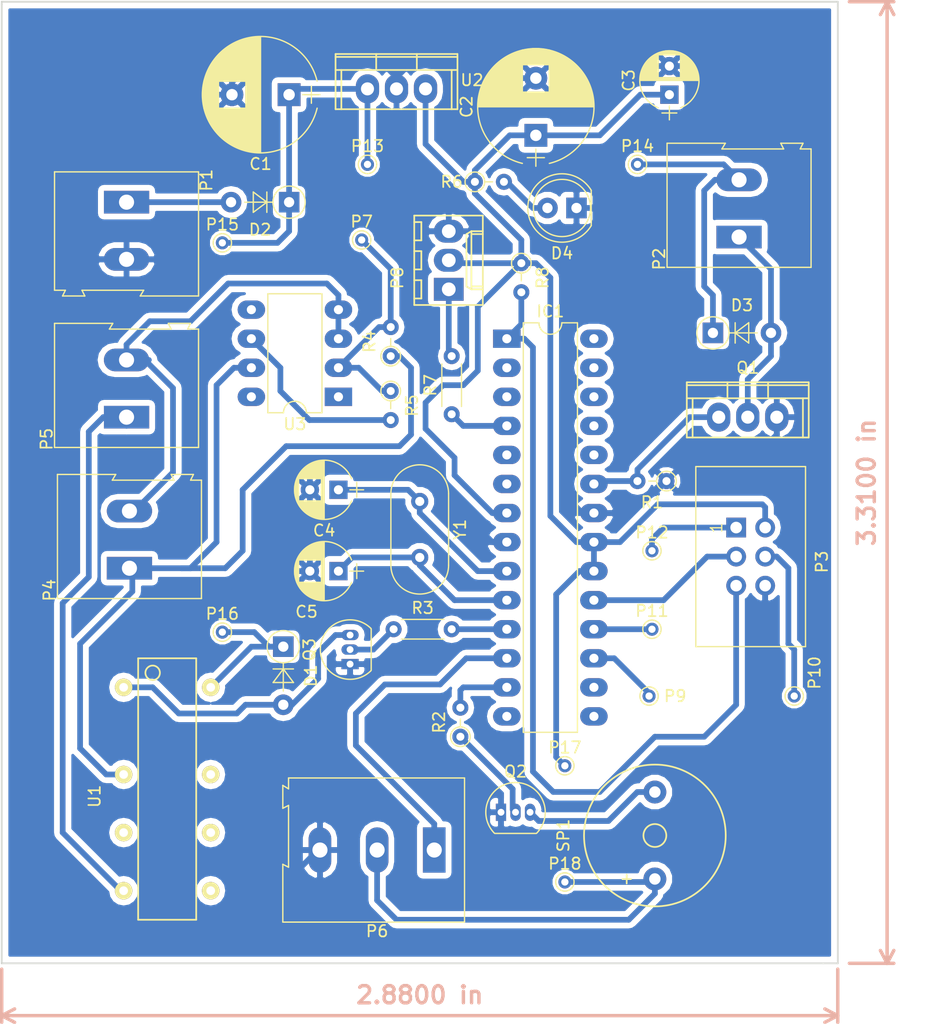
<source format=kicad_pcb>
(kicad_pcb (version 4) (host pcbnew 4.0.5)
  (layers (0 F.Cu signal) (31 B.Cu signal) (34 B.Paste user) (35 F.Paste user) (36 B.SilkS user) (37 F.SilkS user) (38 B.Mask user) (39 F.Mask user) (44 Edge.Cuts user))
  (net 0 "")
  (net 1 12V)
  (net 2 GND)
  (net 3 5V)
  (net 4 "Net-(C4-Pad1)")
  (net 5 "Net-(C5-Pad1)")
  (net 6 "Net-(D1-Pad2)")
  (net 7 "Net-(D2-Pad2)")
  (net 8 "Net-(D3-Pad2)")
  (net 9 "Net-(D4-Pad2)")
  (net 10 RST)
  (net 11 "Net-(IC1-Pad15)")
  (net 12 "Net-(IC1-Pad2)")
  (net 13 "Net-(IC1-Pad16)")
  (net 14 "Net-(IC1-Pad3)")
  (net 15 PB3)
  (net 16 S_Rx)
  (net 17 PB4)
  (net 18 "Net-(IC1-Pad5)")
  (net 19 PB5)
  (net 20 "Net-(IC1-Pad6)")
  (net 21 C_SEL)
  (net 22 "Net-(IC1-Pad24)")
  (net 23 C_IGNICION)
  (net 24 "Net-(IC1-Pad25)")
  (net 25 C_SERVO)
  (net 26 "Net-(IC1-Pad26)")
  (net 27 C_BUZZER)
  (net 28 "Net-(IC1-Pad27)")
  (net 29 "Net-(IC1-Pad14)")
  (net 30 "Net-(IC1-Pad28)")
  (net 31 VB2)
  (net 32 GND_2)
  (net 33 HV_C)
  (net 34 "Net-(P7-Pad1)")
  (net 35 "Net-(Q2-Pad2)")
  (net 36 "Net-(Q2-Pad3)")
  (net 37 "Net-(Q3-Pad2)")
  (net 38 "Net-(R5-Pad2)")
  (net 39 "Net-(U1-Pad3)")
  (net 40 "Net-(U1-Pad5)")
  (net 41 "Net-(U1-Pad6)")
  (net 42 "Net-(U1-Pad7)")
  (net 43 "Net-(U3-Pad1)")
  (net 44 "Net-(U3-Pad5)")
  (net 45 "Net-(P8-Pad1)")
  (net 46 PB3_2)
  (net 47 PB4_2)
  (net 48 12V_1)
  (net 49 12V_2)
  (net 50 5V_1)
  (module Capacitors_ThroughHole:CP_Radial_D10.0mm_P5.00mm (layer F.Cu) (at 164.338 69.088 180)
    (fp_text reference C1 (at 2.5 -6.06 180) (layer F.SilkS))
    (fp_text value 1000u/16V)
    (pad 1 thru_hole rect (at 0 0 180) (size 2 2) (drill 1) (layers *.Cu *.Mask) (net 1 12V))
    (pad 2 thru_hole circle (at 5 0 180) (size 2 2) (drill 1) (layers *.Cu *.Mask) (net 2 GND))
  )
  (module Capacitors_ThroughHole:CP_Radial_D10.0mm_P5.00mm (layer F.Cu) (at 185.928 72.644 90)
    (fp_text reference C2 (at 2.5 -6.06 90) (layer F.SilkS))
    (fp_text value 1000u/16V)
    (pad 1 thru_hole rect (at 0 0 90) (size 2 2) (drill 1) (layers *.Cu *.Mask) (net 3 5V))
    (pad 2 thru_hole circle (at 5 0 90) (size 2 2) (drill 1) (layers *.Cu *.Mask) (net 2 GND))
  )
  (module Capacitors_ThroughHole:CP_Radial_D5.0mm_P2.50mm (layer F.Cu) (at 197.612 69.088 90)
    (fp_text reference C3 (at 1.25 -3.56 90) (layer F.SilkS))
    (fp_text value 104)
    (pad 1 thru_hole rect (at 0 0 90) (size 1.6 1.6) (drill 0.8) (layers *.Cu *.Mask) (net 3 5V))
    (pad 2 thru_hole circle (at 2.5 0 90) (size 1.6 1.6) (drill 0.8) (layers *.Cu *.Mask) (net 2 GND))
  )
  (module Capacitors_ThroughHole:CP_Radial_D5.0mm_P2.50mm (layer F.Cu) (at 168.656 103.632 180)
    (fp_text reference C4 (at 1.25 -3.56 180) (layer F.SilkS))
    (fp_text value 22p)
    (pad 1 thru_hole rect (at 0 0 180) (size 1.6 1.6) (drill 0.8) (layers *.Cu *.Mask) (net 4 "Net-(C4-Pad1)"))
    (pad 2 thru_hole circle (at 2.5 0 180) (size 1.6 1.6) (drill 0.8) (layers *.Cu *.Mask) (net 2 GND))
  )
  (module Capacitors_ThroughHole:CP_Radial_D5.0mm_P2.50mm (layer F.Cu) (at 168.656 110.744 180)
    (fp_text reference C5 (at 2.794 -3.556 180) (layer F.SilkS))
    (fp_text value 22p)
    (pad 1 thru_hole rect (at 0 0 180) (size 1.6 1.6) (drill 0.8) (layers *.Cu *.Mask) (net 5 "Net-(C5-Pad1)"))
    (pad 2 thru_hole circle (at 2.5 0 180) (size 1.6 1.6) (drill 0.8) (layers *.Cu *.Mask) (net 2 GND))
  )
  (module Diodes_ThroughHole:D_A-405_P5.08mm_Vertical_AnodeUp (layer F.Cu) (at 163.83 117.348 270)
    (fp_text reference D1 (at 2.54 -2.41 270) (layer F.SilkS))
    (fp_text value 1N4004)
    (pad 1 thru_hole rect (at 0 0 270) (size 1.8 1.8) (drill 0.9) (layers *.Cu *.Mask) (net 49 12V_2))
    (pad 2 thru_hole oval (at 5.08 0 270) (size 1.8 1.8) (drill 0.9) (layers *.Cu *.Mask) (net 6 "Net-(D1-Pad2)"))
  )
  (module Diodes_ThroughHole:D_A-405_P5.08mm_Vertical_AnodeUp (layer F.Cu) (at 164.338 78.486 180)
    (fp_text reference D2 (at 2.54 -2.41 180) (layer F.SilkS))
    (fp_text value 1N4004)
    (pad 1 thru_hole rect (at 0 0 180) (size 1.8 1.8) (drill 0.9) (layers *.Cu *.Mask) (net 1 12V))
    (pad 2 thru_hole oval (at 5.08 0 180) (size 1.8 1.8) (drill 0.9) (layers *.Cu *.Mask) (net 7 "Net-(D2-Pad2)"))
  )
  (module Diodes_ThroughHole:D_A-405_P5.08mm_Vertical_AnodeUp (layer F.Cu) (at 201.422 89.916)
    (fp_text reference D3 (at 2.54 -2.41) (layer F.SilkS))
    (fp_text value 1N4004)
    (pad 1 thru_hole rect (at 0 0) (size 1.8 1.8) (drill 0.9) (layers *.Cu *.Mask) (net 48 12V_1))
    (pad 2 thru_hole oval (at 5.08 0) (size 1.8 1.8) (drill 0.9) (layers *.Cu *.Mask) (net 8 "Net-(D3-Pad2)"))
  )
  (module LEDs:LED_D5.0mm (layer F.Cu) (at 189.484 78.994 180)
    (fp_text reference D4 (at 1.27 -3.96 180) (layer F.SilkS))
    (fp_text value TEST)
    (pad 1 thru_hole rect (at 0 0 180) (size 1.8 1.8) (drill 0.9) (layers *.Cu *.Mask) (net 2 GND))
    (pad 2 thru_hole circle (at 2.54 0 180) (size 1.8 1.8) (drill 0.9) (layers *.Cu *.Mask) (net 9 "Net-(D4-Pad2)"))
  )
  (module Housings_DIP:DIP-28_W7.62mm_LongPads (layer F.Cu) (at 183.388 90.424)
    (fp_text reference IC1 (at 3.81 -2.39) (layer F.SilkS))
    (fp_text value ATMEGA8-P)
    (pad 1 thru_hole rect (at 0 0) (size 2.4 1.6) (drill 0.8) (layers *.Cu *.Mask) (net 10 RST))
    (pad 15 thru_hole oval (at 7.62 33.02) (size 2.4 1.6) (drill 0.8) (layers *.Cu *.Mask) (net 11 "Net-(IC1-Pad15)"))
    (pad 2 thru_hole oval (at 0 2.54) (size 2.4 1.6) (drill 0.8) (layers *.Cu *.Mask) (net 12 "Net-(IC1-Pad2)"))
    (pad 16 thru_hole oval (at 7.62 30.48) (size 2.4 1.6) (drill 0.8) (layers *.Cu *.Mask) (net 13 "Net-(IC1-Pad16)"))
    (pad 3 thru_hole oval (at 0 5.08) (size 2.4 1.6) (drill 0.8) (layers *.Cu *.Mask) (net 14 "Net-(IC1-Pad3)"))
    (pad 17 thru_hole oval (at 7.62 27.94) (size 2.4 1.6) (drill 0.8) (layers *.Cu *.Mask) (net 15 PB3))
    (pad 4 thru_hole oval (at 0 7.62) (size 2.4 1.6) (drill 0.8) (layers *.Cu *.Mask) (net 16 S_Rx))
    (pad 18 thru_hole oval (at 7.62 25.4) (size 2.4 1.6) (drill 0.8) (layers *.Cu *.Mask) (net 17 PB4))
    (pad 5 thru_hole oval (at 0 10.16) (size 2.4 1.6) (drill 0.8) (layers *.Cu *.Mask) (net 18 "Net-(IC1-Pad5)"))
    (pad 19 thru_hole oval (at 7.62 22.86) (size 2.4 1.6) (drill 0.8) (layers *.Cu *.Mask) (net 19 PB5))
    (pad 6 thru_hole oval (at 0 12.7) (size 2.4 1.6) (drill 0.8) (layers *.Cu *.Mask) (net 20 "Net-(IC1-Pad6)"))
    (pad 20 thru_hole oval (at 7.62 20.32) (size 2.4 1.6) (drill 0.8) (layers *.Cu *.Mask) (net 3 5V))
    (pad 7 thru_hole oval (at 0 15.24) (size 2.4 1.6) (drill 0.8) (layers *.Cu *.Mask) (net 3 5V))
    (pad 21 thru_hole oval (at 7.62 17.78) (size 2.4 1.6) (drill 0.8) (layers *.Cu *.Mask) (net 3 5V))
    (pad 8 thru_hole oval (at 0 17.78) (size 2.4 1.6) (drill 0.8) (layers *.Cu *.Mask) (net 2 GND))
    (pad 22 thru_hole oval (at 7.62 15.24) (size 2.4 1.6) (drill 0.8) (layers *.Cu *.Mask) (net 2 GND))
    (pad 9 thru_hole oval (at 0 20.32) (size 2.4 1.6) (drill 0.8) (layers *.Cu *.Mask) (net 4 "Net-(C4-Pad1)"))
    (pad 23 thru_hole oval (at 7.62 12.7) (size 2.4 1.6) (drill 0.8) (layers *.Cu *.Mask) (net 21 C_SEL))
    (pad 10 thru_hole oval (at 0 22.86) (size 2.4 1.6) (drill 0.8) (layers *.Cu *.Mask) (net 5 "Net-(C5-Pad1)"))
    (pad 24 thru_hole oval (at 7.62 10.16) (size 2.4 1.6) (drill 0.8) (layers *.Cu *.Mask) (net 22 "Net-(IC1-Pad24)"))
    (pad 11 thru_hole oval (at 0 25.4) (size 2.4 1.6) (drill 0.8) (layers *.Cu *.Mask) (net 23 C_IGNICION))
    (pad 25 thru_hole oval (at 7.62 7.62) (size 2.4 1.6) (drill 0.8) (layers *.Cu *.Mask) (net 24 "Net-(IC1-Pad25)"))
    (pad 12 thru_hole oval (at 0 27.94) (size 2.4 1.6) (drill 0.8) (layers *.Cu *.Mask) (net 25 C_SERVO))
    (pad 26 thru_hole oval (at 7.62 5.08) (size 2.4 1.6) (drill 0.8) (layers *.Cu *.Mask) (net 26 "Net-(IC1-Pad26)"))
    (pad 13 thru_hole oval (at 0 30.48) (size 2.4 1.6) (drill 0.8) (layers *.Cu *.Mask) (net 27 C_BUZZER))
    (pad 27 thru_hole oval (at 7.62 2.54) (size 2.4 1.6) (drill 0.8) (layers *.Cu *.Mask) (net 28 "Net-(IC1-Pad27)"))
    (pad 14 thru_hole oval (at 0 33.02) (size 2.4 1.6) (drill 0.8) (layers *.Cu *.Mask) (net 29 "Net-(IC1-Pad14)"))
    (pad 28 thru_hole oval (at 7.62 0) (size 2.4 1.6) (drill 0.8) (layers *.Cu *.Mask) (net 30 "Net-(IC1-Pad28)"))
  )
  (module Connect:AK300-2 (layer F.Cu) (at 150.114 78.486 270)
    (fp_text reference P1 (at -1.92 -6.99 270) (layer F.SilkS))
    (fp_text value Bateria1)
    (pad 1 thru_hole rect (at 0 0 270) (size 1.98 3.96) (drill 1.32) (layers *.Cu F.Paste F.Mask) (net 7 "Net-(D2-Pad2)"))
    (pad 2 thru_hole oval (at 5 0 270) (size 1.98 3.96) (drill 1.32) (layers *.Cu F.Paste F.Mask) (net 2 GND))
  )
  (module Connect:AK300-2 (layer F.Cu) (at 203.708 81.534 90)
    (fp_text reference P2 (at -1.92 -6.99 90) (layer F.SilkS))
    (fp_text value SEL)
    (pad 1 thru_hole rect (at 0 0 90) (size 1.98 3.96) (drill 1.32) (layers *.Cu F.Paste F.Mask) (net 8 "Net-(D3-Pad2)"))
    (pad 2 thru_hole oval (at 5 0 90) (size 1.98 3.96) (drill 1.32) (layers *.Cu F.Paste F.Mask) (net 48 12V_1))
  )
  (module Connect:IDC_Header_Straight_6pins (layer F.Cu) (at 203.454 106.934 270)
    (fp_text reference P3 (at 3 -7.5 270) (layer F.SilkS))
    (fp_text value PROG)
    (fp_text user 1 (at 0.02 1.72 270) (layer F.SilkS) (effects (font (thickness 0.12))))
    (pad 1 thru_hole rect (at 0 0 270) (size 1.7272 1.7272) (drill 1.016) (layers *.Cu *.Mask) (net 47 PB4_2))
    (pad 2 thru_hole oval (at 0 -2.54 270) (size 1.7272 1.7272) (drill 1.016) (layers *.Cu *.Mask) (net 3 5V))
    (pad 3 thru_hole oval (at 2.54 0 270) (size 1.7272 1.7272) (drill 1.016) (layers *.Cu *.Mask) (net 19 PB5))
    (pad 4 thru_hole oval (at 2.54 -2.54 270) (size 1.7272 1.7272) (drill 1.016) (layers *.Cu *.Mask) (net 46 PB3_2))
    (pad 5 thru_hole oval (at 5.08 0 270) (size 1.7272 1.7272) (drill 1.016) (layers *.Cu *.Mask) (net 10 RST))
    (pad 6 thru_hole oval (at 5.08 -2.54 270) (size 1.7272 1.7272) (drill 1.016) (layers *.Cu *.Mask) (net 2 GND))
  )
  (module Connect:AK300-2 (layer F.Cu) (at 150.368 110.49 90)
    (fp_text reference P4 (at -1.92 -6.99 90) (layer F.SilkS))
    (fp_text value Bateria2)
    (pad 1 thru_hole rect (at 0 0 90) (size 1.98 3.96) (drill 1.32) (layers *.Cu F.Paste F.Mask) (net 31 VB2))
    (pad 2 thru_hole oval (at 5 0 90) (size 1.98 3.96) (drill 1.32) (layers *.Cu F.Paste F.Mask) (net 32 GND_2))
  )
  (module Connect:AK300-2 (layer F.Cu) (at 150.114 97.282 90)
    (fp_text reference P5 (at -1.92 -6.99 90) (layer F.SilkS))
    (fp_text value "HV Source")
    (pad 1 thru_hole rect (at 0 0 90) (size 1.98 3.96) (drill 1.32) (layers *.Cu F.Paste F.Mask) (net 33 HV_C))
    (pad 2 thru_hole oval (at 5 0 90) (size 1.98 3.96) (drill 1.32) (layers *.Cu F.Paste F.Mask) (net 32 GND_2))
  )
  (module Connect:AK300-3 (layer F.Cu) (at 177.038 135.128 180)
    (fp_text reference P6 (at 5 -7.1 180) (layer F.SilkS))
    (fp_text value Servo)
    (pad 1 thru_hole rect (at 0 0 180) (size 1.98 3.96) (drill 1.32) (layers *.Cu F.Paste F.Mask) (net 25 C_SERVO))
    (pad 2 thru_hole oval (at 5 0 180) (size 1.98 3.96) (drill 1.32) (layers *.Cu F.Paste F.Mask) (net 50 5V_1))
    (pad 3 thru_hole oval (at 10 0 180) (size 1.98 3.96) (drill 1.32) (layers *.Cu F.Paste F.Mask) (net 2 GND))
  )
  (module Power_Integrations:TO-220 (layer F.Cu) (at 204.47 97.282)
    (fp_text reference Q1 (at 0 -4.318) (layer F.SilkS))
    (fp_text value IRF540N)
    (pad 2 thru_hole oval (at 0 0) (size 2.032 2.54) (drill 1.143) (layers *.Cu *.Mask) (net 8 "Net-(D3-Pad2)"))
    (pad 3 thru_hole oval (at 2.54 0) (size 2.032 2.54) (drill 1.143) (layers *.Cu *.Mask) (net 2 GND))
    (pad 1 thru_hole oval (at -2.54 0) (size 2.032 2.54) (drill 1.143) (layers *.Cu *.Mask) (net 21 C_SEL))
  )
  (module TO_SOT_Packages_THT:TO-92_Inline_Narrow_Oval (layer F.Cu) (at 182.88 131.826)
    (fp_text reference Q2 (at 1.27 -3.556) (layer F.SilkS))
    (fp_text value 2n3904)
    (pad 2 thru_hole oval (at 1.27 0 180) (size 0.89916 1.50114) (drill 0.6) (layers *.Cu *.Mask) (net 35 "Net-(Q2-Pad2)"))
    (pad 3 thru_hole oval (at 2.54 0 180) (size 0.89916 1.50114) (drill 0.6) (layers *.Cu *.Mask) (net 36 "Net-(Q2-Pad3)"))
    (pad 1 thru_hole rect (at 0 0 180) (size 0.89916 1.50114) (drill 0.6) (layers *.Cu *.Mask) (net 2 GND))
  )
  (module TO_SOT_Packages_THT:TO-92_Inline_Narrow_Oval (layer F.Cu) (at 169.672 118.872 90)
    (fp_text reference Q3 (at 1.27 -3.556 90) (layer F.SilkS))
    (fp_text value 2n3904)
    (pad 2 thru_hole oval (at 1.27 0 270) (size 0.89916 1.50114) (drill 0.6) (layers *.Cu *.Mask) (net 37 "Net-(Q3-Pad2)"))
    (pad 3 thru_hole oval (at 2.54 0 270) (size 0.89916 1.50114) (drill 0.6) (layers *.Cu *.Mask) (net 6 "Net-(D1-Pad2)"))
    (pad 1 thru_hole rect (at 0 0 270) (size 0.89916 1.50114) (drill 0.6) (layers *.Cu *.Mask) (net 2 GND))
  )
  (module Resistors_ThroughHole:R_Axial_DIN0204_L3.6mm_D1.6mm_P2.54mm_Vertical (layer F.Cu) (at 197.358 102.87 180)
    (fp_text reference R1 (at 1.27 -1.86 180) (layer F.SilkS))
    (fp_text value 10k)
    (pad 1 thru_hole circle (at 0 0 180) (size 1.4 1.4) (drill 0.7) (layers *.Cu *.Mask) (net 2 GND))
    (pad 2 thru_hole oval (at 2.54 0 180) (size 1.4 1.4) (drill 0.7) (layers *.Cu *.Mask) (net 21 C_SEL))
  )
  (module Resistors_ThroughHole:R_Axial_DIN0204_L3.6mm_D1.6mm_P2.54mm_Vertical (layer F.Cu) (at 179.324 125.222 90)
    (fp_text reference R2 (at 1.27 -1.86 90) (layer F.SilkS))
    (fp_text value 1k)
    (pad 1 thru_hole circle (at 0 0 90) (size 1.4 1.4) (drill 0.7) (layers *.Cu *.Mask) (net 35 "Net-(Q2-Pad2)"))
    (pad 2 thru_hole oval (at 2.54 0 90) (size 1.4 1.4) (drill 0.7) (layers *.Cu *.Mask) (net 27 C_BUZZER))
  )
  (module Resistors_ThroughHole:R_Axial_DIN0204_L3.6mm_D1.6mm_P5.08mm_Horizontal (layer F.Cu) (at 173.482 115.824)
    (fp_text reference R3 (at 2.54 -1.86) (layer F.SilkS))
    (fp_text value 1k)
    (pad 1 thru_hole circle (at 0 0) (size 1.4 1.4) (drill 0.7) (layers *.Cu *.Mask) (net 37 "Net-(Q3-Pad2)"))
    (pad 2 thru_hole oval (at 5.08 0) (size 1.4 1.4) (drill 0.7) (layers *.Cu *.Mask) (net 23 C_IGNICION))
  )
  (module Resistors_ThroughHole:R_Axial_DIN0204_L3.6mm_D1.6mm_P2.54mm_Vertical (layer F.Cu) (at 173.228 91.948 90)
    (fp_text reference R4 (at 1.27 -1.86 90) (layer F.SilkS))
    (fp_text value 100k)
    (pad 1 thru_hole circle (at 0 0 90) (size 1.4 1.4) (drill 0.7) (layers *.Cu *.Mask) (net 31 VB2))
    (pad 2 thru_hole oval (at 2.54 0 90) (size 1.4 1.4) (drill 0.7) (layers *.Cu *.Mask) (net 34 "Net-(P7-Pad1)"))
  )
  (module Resistors_ThroughHole:R_Axial_DIN0204_L3.6mm_D1.6mm_P2.54mm_Vertical (layer F.Cu) (at 173.228 94.996 270)
    (fp_text reference R5 (at 1.27 -1.86 270) (layer F.SilkS))
    (fp_text value 100k)
    (pad 1 thru_hole circle (at 0 0 270) (size 1.4 1.4) (drill 0.7) (layers *.Cu *.Mask) (net 34 "Net-(P7-Pad1)"))
    (pad 2 thru_hole oval (at 2.54 0 270) (size 1.4 1.4) (drill 0.7) (layers *.Cu *.Mask) (net 38 "Net-(R5-Pad2)"))
  )
  (module Resistors_ThroughHole:R_Axial_DIN0204_L3.6mm_D1.6mm_P2.54mm_Vertical (layer F.Cu) (at 180.594 76.708)
    (fp_text reference R6 (at -2.032 0) (layer F.SilkS))
    (fp_text value 1k)
    (pad 1 thru_hole circle (at 0 0) (size 1.4 1.4) (drill 0.7) (layers *.Cu *.Mask) (net 3 5V))
    (pad 2 thru_hole oval (at 2.54 0) (size 1.4 1.4) (drill 0.7) (layers *.Cu *.Mask) (net 9 "Net-(D4-Pad2)"))
  )
  (module Resistors_ThroughHole:R_Axial_DIN0204_L3.6mm_D1.6mm_P2.54mm_Vertical (layer F.Cu) (at 184.658 83.82 270)
    (fp_text reference R8 (at 1.27 -1.86 270) (layer F.SilkS))
    (fp_text value 10k)
    (pad 1 thru_hole circle (at 0 0 270) (size 1.4 1.4) (drill 0.7) (layers *.Cu *.Mask) (net 3 5V))
    (pad 2 thru_hole oval (at 2.54 0 270) (size 1.4 1.4) (drill 0.7) (layers *.Cu *.Mask) (net 10 RST))
  )
  (module Buzzers_Beepers:Buzzer_12x9.5RM7.6 (layer F.Cu) (at 196.342 133.858 90)
    (fp_text reference SP1 (at 0 -8.001 90) (layer F.SilkS))
    (fp_text value SPEAKER)
    (fp_text user + (at -3.81 -2.54 90) (layer F.SilkS))
    (pad 1 thru_hole circle (at -3.79984 0 90) (size 2 2) (drill 1.00076) (layers *.Cu *.Mask) (net 50 5V_1))
    (pad 2 thru_hole circle (at 3.79984 0 90) (size 2 2) (drill 1.00076) (layers *.Cu *.Mask) (net 36 "Net-(Q2-Pad3)"))
  )
  (module HK19F:HK19F (layer F.Cu) (at 149.86 120.904 270)
    (fp_text reference U1 (at 9.525 2.54 270) (layer F.SilkS))
    (fp_text value Relay_P)
    (pad 1 thru_hole oval (at 0 0 270) (size 1.524 1.524) (drill 0.762) (layers *.Cu *.Mask F.SilkS) (net 6 "Net-(D1-Pad2)"))
    (pad 2 thru_hole oval (at 7.62 0 270) (size 1.524 1.524) (drill 0.762) (layers *.Cu *.Mask F.SilkS) (net 31 VB2))
    (pad 3 thru_hole oval (at 12.7 0 270) (size 1.524 1.524) (drill 0.762) (layers *.Cu *.Mask F.SilkS) (net 39 "Net-(U1-Pad3)"))
    (pad 4 thru_hole oval (at 17.78 0 270) (size 1.524 1.524) (drill 0.762) (layers *.Cu *.Mask F.SilkS) (net 33 HV_C))
    (pad 5 thru_hole oval (at 17.78 -7.62 270) (size 1.524 1.524) (drill 0.762) (layers *.Cu *.Mask F.SilkS) (net 40 "Net-(U1-Pad5)"))
    (pad 6 thru_hole oval (at 12.7 -7.62 270) (size 1.524 1.524) (drill 0.762) (layers *.Cu *.Mask F.SilkS) (net 41 "Net-(U1-Pad6)"))
    (pad 7 thru_hole oval (at 7.62 -7.62 270) (size 1.524 1.524) (drill 0.762) (layers *.Cu *.Mask F.SilkS) (net 42 "Net-(U1-Pad7)"))
    (pad 8 thru_hole oval (at 0 -7.62 270) (size 1.524 1.524) (drill 0.762) (layers *.Cu *.Mask F.SilkS) (net 49 12V_2))
  )
  (module Power_Integrations:TO-220 (layer F.Cu) (at 173.736 68.58)
    (fp_text reference U2 (at 6.604 -0.762) (layer F.SilkS))
    (fp_text value LM7805CT)
    (pad 2 thru_hole oval (at 0 0) (size 2.032 2.54) (drill 1.143) (layers *.Cu *.Mask) (net 2 GND))
    (pad 3 thru_hole oval (at 2.54 0) (size 2.032 2.54) (drill 1.143) (layers *.Cu *.Mask) (net 3 5V))
    (pad 1 thru_hole oval (at -2.54 0) (size 2.032 2.54) (drill 1.143) (layers *.Cu *.Mask) (net 1 12V))
  )
  (module Housings_DIP:DIP-8_W7.62mm_LongPads (layer F.Cu) (at 168.656 95.504 180)
    (fp_text reference U3 (at 3.81 -2.39 180) (layer F.SilkS))
    (fp_text value LM741)
    (pad 1 thru_hole rect (at 0 0 180) (size 2.4 1.6) (drill 0.8) (layers *.Cu *.Mask) (net 43 "Net-(U3-Pad1)"))
    (pad 5 thru_hole oval (at 7.62 7.62 180) (size 2.4 1.6) (drill 0.8) (layers *.Cu *.Mask) (net 44 "Net-(U3-Pad5)"))
    (pad 2 thru_hole oval (at 0 2.54 180) (size 2.4 1.6) (drill 0.8) (layers *.Cu *.Mask) (net 34 "Net-(P7-Pad1)"))
    (pad 6 thru_hole oval (at 7.62 5.08 180) (size 2.4 1.6) (drill 0.8) (layers *.Cu *.Mask) (net 38 "Net-(R5-Pad2)"))
    (pad 3 thru_hole oval (at 0 5.08 180) (size 2.4 1.6) (drill 0.8) (layers *.Cu *.Mask) (net 32 GND_2))
    (pad 7 thru_hole oval (at 7.62 2.54 180) (size 2.4 1.6) (drill 0.8) (layers *.Cu *.Mask) (net 31 VB2))
    (pad 4 thru_hole oval (at 0 7.62 180) (size 2.4 1.6) (drill 0.8) (layers *.Cu *.Mask) (net 32 GND_2))
    (pad 8 thru_hole oval (at 7.62 0 180) (size 2.4 1.6) (drill 0.8) (layers *.Cu *.Mask))
  )
  (module Crystals:Crystal_HC18-U_Vertical (layer F.Cu) (at 175.768 104.648 270)
    (fp_text reference Y1 (at 2.45 -3.525 270) (layer F.SilkS))
    (fp_text value 16MHz)
    (pad 1 thru_hole circle (at 0 0 270) (size 1.5 1.5) (drill 0.8) (layers *.Cu *.Mask) (net 4 "Net-(C4-Pad1)"))
    (pad 2 thru_hole circle (at 4.9 0 270) (size 1.5 1.5) (drill 0.8) (layers *.Cu *.Mask) (net 5 "Net-(C5-Pad1)"))
  )
  (module Connect:PINTST (layer F.Cu) (at 195.834 121.666)
    (fp_text reference P9 (at 2.286 0) (layer F.SilkS))
    (fp_text value PB3_1)
    (pad 1 thru_hole circle (at 0 0) (size 1.143 1.143) (drill 0.635) (layers *.Cu *.Mask) (net 15 PB3))
  )
  (module Connect:PINTST (layer F.Cu) (at 208.534 121.666)
    (fp_text reference P10 (at 1.778 -2.032 90) (layer F.SilkS))
    (fp_text value PB3_2)
    (pad 1 thru_hole circle (at 0 0) (size 1.143 1.143) (drill 0.635) (layers *.Cu *.Mask) (net 46 PB3_2))
  )
  (module Connect:PINTST (layer F.Cu) (at 196.088 115.824)
    (fp_text reference P11 (at 0 -1.6) (layer F.SilkS))
    (fp_text value PB4_1)
    (pad 1 thru_hole circle (at 0 0) (size 1.143 1.143) (drill 0.635) (layers *.Cu *.Mask) (net 17 PB4))
  )
  (module Connect:PINTST (layer F.Cu) (at 196.088 108.966)
    (fp_text reference P12 (at 0 -1.6) (layer F.SilkS))
    (fp_text value PB4_2)
    (pad 1 thru_hole circle (at 0 0) (size 1.143 1.143) (drill 0.635) (layers *.Cu *.Mask) (net 47 PB4_2))
  )
  (module Connect:PINTST (layer F.Cu) (at 170.688 81.788)
    (fp_text reference P7 (at 0 -1.6) (layer F.SilkS))
    (fp_text value GND_V)
    (pad 1 thru_hole circle (at 0 0) (size 1.143 1.143) (drill 0.635) (layers *.Cu *.Mask) (net 34 "Net-(P7-Pad1)"))
  )
  (module Connectors_Molex:Molex_KK-6410-03_03x2.54mm_Straight (layer F.Cu) (at 178.308 86.106 90)
    (fp_text reference P8 (at 1 -4.5 90) (layer F.SilkS))
    (fp_text value RX)
    (pad 1 thru_hole rect (at 0 0 90) (size 2 2.6) (drill 1.2) (layers *.Cu *.Mask) (net 45 "Net-(P8-Pad1)"))
    (pad 2 thru_hole oval (at 2.54 0 90) (size 2 2.6) (drill 1.2) (layers *.Cu *.Mask) (net 3 5V))
    (pad 3 thru_hole oval (at 5.08 0 90) (size 2 2.6) (drill 1.2) (layers *.Cu *.Mask) (net 2 GND))
  )
  (module Resistors_ThroughHole:R_Axial_DIN0204_L3.6mm_D1.6mm_P5.08mm_Horizontal (layer F.Cu) (at 178.562 97.028 90)
    (fp_text reference R7 (at 2.54 -1.86 90) (layer F.SilkS))
    (fp_text value 1k)
    (pad 1 thru_hole circle (at 0 0 90) (size 1.4 1.4) (drill 0.7) (layers *.Cu *.Mask) (net 16 S_Rx))
    (pad 2 thru_hole oval (at 5.08 0 90) (size 1.4 1.4) (drill 0.7) (layers *.Cu *.Mask) (net 45 "Net-(P8-Pad1)"))
  )
  (module Connect:PINTST (layer F.Cu) (at 171.196 75.184)
    (fp_text reference P13 (at 0 -1.6) (layer F.SilkS))
    (fp_text value 12V)
    (pad 1 thru_hole circle (at 0 0) (size 1.143 1.143) (drill 0.635) (layers *.Cu *.Mask) (net 1 12V))
  )
  (module Connect:PINTST (layer F.Cu) (at 194.818 75.184)
    (fp_text reference P14 (at 0 -1.6) (layer F.SilkS))
    (fp_text value 12V_1)
    (pad 1 thru_hole circle (at 0 0) (size 1.143 1.143) (drill 0.635) (layers *.Cu *.Mask) (net 48 12V_1))
  )
  (module Connect:PINTST (layer F.Cu) (at 158.496 82.042)
    (fp_text reference P15 (at 0 -1.6) (layer F.SilkS))
    (fp_text value 12V)
    (pad 1 thru_hole circle (at 0 0) (size 1.143 1.143) (drill 0.635) (layers *.Cu *.Mask) (net 1 12V))
  )
  (module Connect:PINTST (layer F.Cu) (at 158.496 116.078)
    (fp_text reference P16 (at 0 -1.6) (layer F.SilkS))
    (fp_text value 12V_2)
    (pad 1 thru_hole circle (at 0 0) (size 1.143 1.143) (drill 0.635) (layers *.Cu *.Mask) (net 49 12V_2))
  )
  (module Connect:PINTST (layer F.Cu) (at 188.468 127.762)
    (fp_text reference P17 (at 0 -1.6) (layer F.SilkS))
    (fp_text value 5V)
    (pad 1 thru_hole circle (at 0 0) (size 1.143 1.143) (drill 0.635) (layers *.Cu *.Mask) (net 3 5V))
  )
  (module Connect:PINTST (layer F.Cu) (at 188.468 137.922)
    (fp_text reference P18 (at 0 -1.6) (layer F.SilkS))
    (fp_text value 5V_1)
    (pad 1 thru_hole circle (at 0 0) (size 1.143 1.143) (drill 0.635) (layers *.Cu *.Mask) (net 50 5V_1))
  )
  (dimension 84.074 (width 0.3) (layer B.SilkS) (gr_text "84,074 mm" (at 218.012 102.997 90) (layer B.SilkS) (effects (font (size 1.5 1.5) (thickness 0.3)))) (feature1 (pts (xy 213.36 60.96) (xy 219.362 60.96))) (feature2 (pts (xy 213.36 145.034) (xy 219.362 145.034))) (crossbar (pts (xy 216.662 145.034) (xy 216.662 60.96))) (arrow1a (pts (xy 216.662 60.96) (xy 217.248421 62.086504))) (arrow1b (pts (xy 216.662 60.96) (xy 216.075579 62.086504))) (arrow2a (pts (xy 216.662 145.034) (xy 217.248421 143.907496))) (arrow2b (pts (xy 216.662 145.034) (xy 216.075579 143.907496))))
  (dimension 73.152 (width 0.3) (layer B.SilkS) (gr_text "73,152 mm" (at 175.768 150.956) (layer B.SilkS) (effects (font (size 1.5 1.5) (thickness 0.3)))) (feature1 (pts (xy 212.344 145.542) (xy 212.344 152.306))) (feature2 (pts (xy 139.192 145.542) (xy 139.192 152.306))) (crossbar (pts (xy 139.192 149.606) (xy 212.344 149.606))) (arrow1a (pts (xy 212.344 149.606) (xy 211.217496 150.192421))) (arrow1b (pts (xy 212.344 149.606) (xy 211.217496 149.019579))) (arrow2a (pts (xy 139.192 149.606) (xy 140.318504 150.192421))) (arrow2b (pts (xy 139.192 149.606) (xy 140.318504 149.019579))))
  (gr_line (start 139.192 60.96) (end 139.192 61.214) (angle 90) (layer Edge.Cuts) (width 0.15))
  (gr_line (start 212.344 60.96) (end 139.192 60.96) (angle 90) (layer Edge.Cuts) (width 0.15))
  (gr_line (start 212.344 61.468) (end 212.344 60.96) (angle 90) (layer Edge.Cuts) (width 0.15))
  (gr_line (start 212.344 62.738) (end 212.344 61.468) (angle 90) (layer Edge.Cuts) (width 0.15))
  (gr_line (start 212.344 145.034) (end 212.344 62.738) (angle 90) (layer Edge.Cuts) (width 0.15))
  (gr_line (start 211.074 145.034) (end 212.344 145.034) (angle 90) (layer Edge.Cuts) (width 0.15))
  (gr_line (start 139.192 145.034) (end 211.074 145.034) (angle 90) (layer Edge.Cuts) (width 0.15))
  (gr_line (start 139.192 61.214) (end 139.192 145.034) (angle 90) (layer Edge.Cuts) (width 0.15))
  (segment (start 161.544 95.25) (end 160.782 95.25) (width 0.5) (layer B.Cu) (net 0))
  (segment (start 164.338 78.486) (end 164.338 81.026) (width 0.5) (layer B.Cu) (net 1))
  (segment (start 163.322 82.042) (end 158.496 82.042) (width 0.5) (layer B.Cu) (net 1))
  (segment (start 164.338 81.026) (end 163.322 82.042) (width 0.5) (layer B.Cu) (net 1))
  (segment (start 171.196 68.58) (end 171.196 75.184) (width 0.5) (layer B.Cu) (net 1))
  (segment (start 171.196 68.58) (end 164.846 68.58) (width 0.5) (layer B.Cu) (net 1))
  (segment (start 164.846 68.58) (end 164.338 69.088) (width 0.5) (layer B.Cu) (net 1))
  (segment (start 164.338 78.486) (end 164.338 69.088) (width 0.5) (layer B.Cu) (net 1))
  (segment (start 166.156 110.744) (end 160.528 110.744) (width 0.5) (layer B.Cu) (net 2))
  (segment (start 163.576 135.128) (end 167.038 135.128) (width 0.5) (layer B.Cu) (net 2))
  (segment (start 159.766 131.318) (end 163.576 135.128) (width 0.5) (layer B.Cu) (net 2))
  (segment (start 154.94 131.318) (end 159.766 131.318) (width 0.5) (layer B.Cu) (net 2))
  (segment (start 147.574 123.952) (end 154.94 131.318) (width 0.5) (layer B.Cu) (net 2))
  (segment (start 147.574 118.364) (end 147.574 123.952) (width 0.5) (layer B.Cu) (net 2))
  (segment (start 151.638 114.3) (end 147.574 118.364) (width 0.5) (layer B.Cu) (net 2))
  (segment (start 156.972 114.3) (end 151.638 114.3) (width 0.5) (layer B.Cu) (net 2))
  (segment (start 160.528 110.744) (end 156.972 114.3) (width 0.5) (layer B.Cu) (net 2))
  (segment (start 150.114 83.486) (end 153.082 83.486) (width 0.5) (layer B.Cu) (net 2))
  (segment (start 175.006 81.026) (end 178.308 81.026) (width 0.5) (layer B.Cu) (net 2))
  (segment (start 173.736 79.756) (end 175.006 81.026) (width 0.5) (layer B.Cu) (net 2))
  (segment (start 169.418 79.756) (end 173.736 79.756) (width 0.5) (layer B.Cu) (net 2))
  (segment (start 165.1 84.074) (end 169.418 79.756) (width 0.5) (layer B.Cu) (net 2))
  (segment (start 153.67 84.074) (end 165.1 84.074) (width 0.5) (layer B.Cu) (net 2))
  (segment (start 153.082 83.486) (end 153.67 84.074) (width 0.5) (layer B.Cu) (net 2))
  (segment (start 189.484 78.994) (end 189.484 75.692) (width 0.5) (layer B.Cu) (net 2))
  (segment (start 199.176 66.588) (end 197.612 66.588) (width 0.5) (layer B.Cu) (net 2))
  (segment (start 200.914 68.326) (end 199.176 66.588) (width 0.5) (layer B.Cu) (net 2))
  (segment (start 200.914 70.866) (end 200.914 68.326) (width 0.5) (layer B.Cu) (net 2))
  (segment (start 199.898 71.882) (end 200.914 70.866) (width 0.5) (layer B.Cu) (net 2))
  (segment (start 194.564 71.882) (end 199.898 71.882) (width 0.5) (layer B.Cu) (net 2))
  (segment (start 192.532 73.914) (end 194.564 71.882) (width 0.5) (layer B.Cu) (net 2))
  (segment (start 191.262 73.914) (end 192.532 73.914) (width 0.5) (layer B.Cu) (net 2))
  (segment (start 189.484 75.692) (end 191.262 73.914) (width 0.5) (layer B.Cu) (net 2))
  (segment (start 167.038 135.128) (end 166.878 135.128) (width 0.5) (layer B.Cu) (net 2))
  (segment (start 166.878 135.128) (end 159.766 142.24) (width 0.5) (layer B.Cu) (net 2))
  (segment (start 146.638 83.486) (end 150.114 83.486) (width 0.5) (layer B.Cu) (net 2))
  (segment (start 141.732 88.392) (end 146.638 83.486) (width 0.5) (layer B.Cu) (net 2))
  (segment (start 141.732 135.128) (end 141.732 88.392) (width 0.5) (layer B.Cu) (net 2))
  (segment (start 148.844 142.24) (end 141.732 135.128) (width 0.5) (layer B.Cu) (net 2))
  (segment (start 159.766 142.24) (end 148.844 142.24) (width 0.5) (layer B.Cu) (net 2))
  (segment (start 189.484 78.994) (end 189.484 87.884) (width 0.5) (layer B.Cu) (net 2))
  (segment (start 188.722 104.394) (end 189.992 105.664) (width 0.5) (layer B.Cu) (net 2))
  (segment (start 188.722 88.646) (end 188.722 104.394) (width 0.5) (layer B.Cu) (net 2))
  (segment (start 189.484 87.884) (end 188.722 88.646) (width 0.5) (layer B.Cu) (net 2))
  (segment (start 189.992 105.664) (end 191.008 105.664) (width 0.5) (layer B.Cu) (net 2))
  (segment (start 182.88 131.826) (end 182.88 134.366) (width 0.5) (layer B.Cu) (net 2))
  (segment (start 197.104 135.128) (end 201.422 139.446) (width 0.5) (layer B.Cu) (net 2))
  (segment (start 183.642 135.128) (end 197.104 135.128) (width 0.5) (layer B.Cu) (net 2))
  (segment (start 182.88 134.366) (end 183.642 135.128) (width 0.5) (layer B.Cu) (net 2))
  (segment (start 178.308 81.026) (end 177.546 81.026) (width 0.5) (layer B.Cu) (net 2))
  (segment (start 197.612 66.588) (end 186.984 66.588) (width 0.5) (layer B.Cu) (net 2))
  (segment (start 186.984 66.588) (end 185.928 67.644) (width 0.5) (layer B.Cu) (net 2))
  (segment (start 185.928 67.644) (end 182.96 67.644) (width 0.5) (layer B.Cu) (net 2))
  (segment (start 180.594 65.278) (end 176.784 65.278) (width 0.5) (layer B.Cu) (net 2))
  (segment (start 182.96 67.644) (end 180.594 65.278) (width 0.5) (layer B.Cu) (net 2))
  (segment (start 176.022 65.278) (end 173.736 67.564) (width 0.5) (layer B.Cu) (net 2))
  (segment (start 176.784 65.278) (end 176.022 65.278) (width 0.5) (layer B.Cu) (net 2))
  (segment (start 173.736 67.564) (end 173.736 68.58) (width 0.5) (layer B.Cu) (net 2))
  (segment (start 173.736 68.58) (end 173.736 67.564) (width 0.5) (layer B.Cu) (net 2))
  (segment (start 173.736 67.564) (end 172.212 66.04) (width 0.5) (layer B.Cu) (net 2))
  (segment (start 172.212 66.04) (end 161.29 66.04) (width 0.5) (layer B.Cu) (net 2))
  (segment (start 161.29 66.04) (end 159.338 67.992) (width 0.5) (layer B.Cu) (net 2))
  (segment (start 159.338 67.992) (end 159.338 69.088) (width 0.5) (layer B.Cu) (net 2))
  (segment (start 159.338 69.088) (end 152.908 69.088) (width 0.5) (layer B.Cu) (net 2))
  (segment (start 152.908 69.088) (end 145.542 76.454) (width 0.5) (layer B.Cu) (net 2))
  (segment (start 145.542 76.454) (end 145.542 82.042) (width 0.5) (layer B.Cu) (net 2))
  (segment (start 145.542 82.042) (end 146.986 83.486) (width 0.5) (layer B.Cu) (net 2))
  (segment (start 146.986 83.486) (end 150.114 83.486) (width 0.5) (layer B.Cu) (net 2))
  (segment (start 183.388 108.204) (end 182.118 108.204) (width 0.5) (layer B.Cu) (net 2))
  (segment (start 166.156 102.068) (end 166.156 103.632) (width 0.5) (layer B.Cu) (net 2))
  (segment (start 166.878 101.346) (end 166.156 102.068) (width 0.5) (layer B.Cu) (net 2))
  (segment (start 175.26 101.346) (end 166.878 101.346) (width 0.5) (layer B.Cu) (net 2))
  (segment (start 182.118 108.204) (end 175.26 101.346) (width 0.5) (layer B.Cu) (net 2))
  (segment (start 166.116 135.128) (end 167.038 135.128) (width 0.5) (layer B.Cu) (net 2))
  (segment (start 166.156 110.744) (end 166.156 103.632) (width 0.5) (layer B.Cu) (net 2))
  (segment (start 169.672 118.872) (end 169.672 121.158) (width 0.5) (layer B.Cu) (net 2))
  (segment (start 169.672 121.158) (end 167.038 123.792) (width 0.5) (layer B.Cu) (net 2))
  (segment (start 167.038 123.792) (end 167.038 135.128) (width 0.5) (layer B.Cu) (net 2))
  (segment (start 197.358 102.87) (end 199.898 100.33) (width 0.5) (layer B.Cu) (net 2))
  (segment (start 207.01 98.806) (end 207.01 97.282) (width 0.5) (layer B.Cu) (net 2))
  (segment (start 205.486 100.33) (end 207.01 98.806) (width 0.5) (layer B.Cu) (net 2))
  (segment (start 199.898 100.33) (end 205.486 100.33) (width 0.5) (layer B.Cu) (net 2))
  (segment (start 191.008 105.664) (end 194.31 105.664) (width 0.5) (layer B.Cu) (net 2))
  (segment (start 194.31 105.664) (end 197.104 102.87) (width 0.5) (layer B.Cu) (net 2))
  (segment (start 197.104 102.87) (end 197.358 102.87) (width 0.5) (layer B.Cu) (net 2))
  (segment (start 167.038 135.128) (end 167.038 141.384) (width 0.5) (layer B.Cu) (net 2))
  (segment (start 167.038 141.384) (end 168.91 143.256) (width 0.5) (layer B.Cu) (net 2))
  (segment (start 168.91 143.256) (end 197.612 143.256) (width 0.5) (layer B.Cu) (net 2))
  (segment (start 197.612 143.256) (end 201.422 139.446) (width 0.5) (layer B.Cu) (net 2))
  (segment (start 205.994 134.874) (end 205.994 112.014) (width 0.5) (layer B.Cu) (net 2))
  (segment (start 201.422 139.446) (end 205.994 134.874) (width 0.5) (layer B.Cu) (net 2))
  (segment (start 191.008 110.744) (end 189.738 110.744) (width 0.5) (layer B.Cu) (net 3))
  (segment (start 187.706 127) (end 188.468 127.762) (width 0.5) (layer B.Cu) (net 3))
  (segment (start 187.706 112.776) (end 187.706 127) (width 0.5) (layer B.Cu) (net 3))
  (segment (start 189.738 110.744) (end 187.706 112.776) (width 0.5) (layer B.Cu) (net 3))
  (segment (start 191.008 108.204) (end 189.484 108.204) (width 0.5) (layer B.Cu) (net 3))
  (segment (start 185.928 83.82) (end 184.658 83.82) (width 0.5) (layer B.Cu) (net 3))
  (segment (start 187.198 85.09) (end 185.928 83.82) (width 0.5) (layer B.Cu) (net 3))
  (segment (start 187.198 105.918) (end 187.198 85.09) (width 0.5) (layer B.Cu) (net 3))
  (segment (start 189.484 108.204) (end 187.198 105.918) (width 0.5) (layer B.Cu) (net 3))
  (segment (start 183.388 105.664) (end 182.118 105.664) (width 0.5) (layer B.Cu) (net 3))
  (segment (start 182.118 105.664) (end 178.816 102.362) (width 0.5) (layer B.Cu) (net 3))
  (segment (start 178.816 102.362) (end 178.816 100.838) (width 0.5) (layer B.Cu) (net 3))
  (segment (start 178.816 100.838) (end 176.276 98.298) (width 0.5) (layer B.Cu) (net 3))
  (segment (start 176.276 98.298) (end 176.276 96.012) (width 0.5) (layer B.Cu) (net 3))
  (segment (start 176.276 96.012) (end 177.8 94.488) (width 0.5) (layer B.Cu) (net 3))
  (segment (start 177.8 94.488) (end 179.578 94.488) (width 0.5) (layer B.Cu) (net 3))
  (segment (start 179.578 94.488) (end 180.848 93.218) (width 0.5) (layer B.Cu) (net 3))
  (segment (start 180.848 93.218) (end 180.848 87.63) (width 0.5) (layer B.Cu) (net 3))
  (segment (start 180.848 87.63) (end 184.658 83.82) (width 0.5) (layer B.Cu) (net 3))
  (segment (start 184.658 83.82) (end 184.658 81.788) (width 0.5) (layer B.Cu) (net 3))
  (segment (start 184.658 81.788) (end 180.594 77.724) (width 0.5) (layer B.Cu) (net 3))
  (segment (start 180.594 77.724) (end 180.594 76.708) (width 0.5) (layer B.Cu) (net 3))
  (segment (start 184.658 83.82) (end 178.562 83.82) (width 0.5) (layer B.Cu) (net 3))
  (segment (start 178.562 83.82) (end 178.308 83.566) (width 0.5) (layer B.Cu) (net 3))
  (segment (start 176.276 68.58) (end 176.276 73.406) (width 0.5) (layer B.Cu) (net 3))
  (segment (start 179.578 76.708) (end 180.594 76.708) (width 0.5) (layer B.Cu) (net 3))
  (segment (start 176.276 73.406) (end 179.578 76.708) (width 0.5) (layer B.Cu) (net 3))
  (segment (start 185.928 72.644) (end 183.642 72.644) (width 0.5) (layer B.Cu) (net 3))
  (segment (start 180.594 75.692) (end 180.594 76.708) (width 0.5) (layer B.Cu) (net 3))
  (segment (start 183.642 72.644) (end 180.594 75.692) (width 0.5) (layer B.Cu) (net 3))
  (segment (start 197.612 69.088) (end 195.072 69.088) (width 0.5) (layer B.Cu) (net 3))
  (segment (start 191.516 72.644) (end 185.928 72.644) (width 0.5) (layer B.Cu) (net 3))
  (segment (start 195.072 69.088) (end 191.516 72.644) (width 0.5) (layer B.Cu) (net 3))
  (segment (start 191.008 110.744) (end 191.008 108.204) (width 0.5) (layer B.Cu) (net 3))
  (segment (start 205.994 106.934) (end 205.994 105.156) (width 0.5) (layer B.Cu) (net 3))
  (segment (start 193.294 108.204) (end 191.008 108.204) (width 0.5) (layer B.Cu) (net 3))
  (segment (start 196.596 104.902) (end 193.294 108.204) (width 0.5) (layer B.Cu) (net 3))
  (segment (start 205.74 104.902) (end 196.596 104.902) (width 0.5) (layer B.Cu) (net 3))
  (segment (start 205.994 105.156) (end 205.74 104.902) (width 0.5) (layer B.Cu) (net 3))
  (segment (start 168.656 103.632) (end 174.752 103.632) (width 0.5) (layer B.Cu) (net 4))
  (segment (start 174.752 103.632) (end 175.768 104.648) (width 0.5) (layer B.Cu) (net 4))
  (segment (start 183.388 110.744) (end 180.848 110.744) (width 0.5) (layer B.Cu) (net 4))
  (segment (start 175.768 105.664) (end 175.768 104.648) (width 0.5) (layer B.Cu) (net 4))
  (segment (start 180.848 110.744) (end 175.768 105.664) (width 0.5) (layer B.Cu) (net 4))
  (segment (start 175.768 109.548) (end 169.852 109.548) (width 0.5) (layer B.Cu) (net 5))
  (segment (start 169.852 109.548) (end 168.656 110.744) (width 0.5) (layer B.Cu) (net 5))
  (segment (start 183.388 113.284) (end 178.816 113.284) (width 0.5) (layer B.Cu) (net 5))
  (segment (start 178.816 113.284) (end 175.768 110.236) (width 0.5) (layer B.Cu) (net 5))
  (segment (start 175.768 110.236) (end 175.768 109.548) (width 0.5) (layer B.Cu) (net 5))
  (segment (start 163.83 122.428) (end 160.528 122.428) (width 0.5) (layer B.Cu) (net 6))
  (segment (start 152.4 120.904) (end 149.86 120.904) (width 0.5) (layer B.Cu) (net 6))
  (segment (start 154.686 123.19) (end 152.4 120.904) (width 0.5) (layer B.Cu) (net 6))
  (segment (start 159.766 123.19) (end 154.686 123.19) (width 0.5) (layer B.Cu) (net 6))
  (segment (start 160.528 122.428) (end 159.766 123.19) (width 0.5) (layer B.Cu) (net 6))
  (segment (start 163.83 122.428) (end 164.592 122.428) (width 0.5) (layer B.Cu) (net 6))
  (segment (start 164.592 122.428) (end 166.878 120.142) (width 0.5) (layer B.Cu) (net 6))
  (segment (start 166.878 120.142) (end 166.878 117.856) (width 0.5) (layer B.Cu) (net 6))
  (segment (start 166.878 117.856) (end 168.402 116.332) (width 0.5) (layer B.Cu) (net 6))
  (segment (start 168.402 116.332) (end 169.672 116.332) (width 0.5) (layer B.Cu) (net 6))
  (segment (start 159.258 78.486) (end 150.114 78.486) (width 0.5) (layer B.Cu) (net 7))
  (segment (start 206.502 89.916) (end 206.502 84.328) (width 0.5) (layer B.Cu) (net 8))
  (segment (start 206.502 84.328) (end 203.708 81.534) (width 0.5) (layer B.Cu) (net 8))
  (segment (start 206.502 89.916) (end 206.502 91.948) (width 0.5) (layer B.Cu) (net 8))
  (segment (start 204.47 93.98) (end 204.47 97.282) (width 0.5) (layer B.Cu) (net 8))
  (segment (start 206.502 91.948) (end 204.47 93.98) (width 0.5) (layer B.Cu) (net 8))
  (segment (start 183.134 76.708) (end 183.388 76.708) (width 0.5) (layer B.Cu) (net 9))
  (segment (start 183.388 76.708) (end 185.674 78.994) (width 0.5) (layer B.Cu) (net 9))
  (segment (start 185.674 78.994) (end 186.944 78.994) (width 0.5) (layer B.Cu) (net 9))
  (segment (start 183.388 90.424) (end 184.912 90.424) (width 0.5) (layer B.Cu) (net 10))
  (segment (start 203.454 122.428) (end 203.454 112.014) (width 0.5) (layer B.Cu) (net 10))
  (segment (start 200.66 125.222) (end 203.454 122.428) (width 0.5) (layer B.Cu) (net 10))
  (segment (start 196.342 125.222) (end 200.66 125.222) (width 0.5) (layer B.Cu) (net 10))
  (segment (start 191.516 130.048) (end 196.342 125.222) (width 0.5) (layer B.Cu) (net 10))
  (segment (start 187.452 130.048) (end 191.516 130.048) (width 0.5) (layer B.Cu) (net 10))
  (segment (start 185.674 128.27) (end 187.452 130.048) (width 0.5) (layer B.Cu) (net 10))
  (segment (start 185.674 91.186) (end 185.674 128.27) (width 0.5) (layer B.Cu) (net 10))
  (segment (start 184.912 90.424) (end 185.674 91.186) (width 0.5) (layer B.Cu) (net 10))
  (segment (start 184.658 86.36) (end 184.658 89.154) (width 0.5) (layer B.Cu) (net 10))
  (segment (start 184.658 89.154) (end 183.388 90.424) (width 0.5) (layer B.Cu) (net 10))
  (segment (start 195.834 121.666) (end 195.834 121.412) (width 0.5) (layer B.Cu) (net 15))
  (segment (start 195.834 121.412) (end 192.786 118.364) (width 0.5) (layer B.Cu) (net 15))
  (segment (start 192.786 118.364) (end 191.008 118.364) (width 0.5) (layer B.Cu) (net 15))
  (segment (start 183.388 98.044) (end 179.578 98.044) (width 0.5) (layer B.Cu) (net 16))
  (segment (start 179.578 98.044) (end 178.562 97.028) (width 0.5) (layer B.Cu) (net 16))
  (segment (start 196.088 115.824) (end 191.008 115.824) (width 0.5) (layer B.Cu) (net 17))
  (segment (start 203.454 109.474) (end 200.914 109.474) (width 0.5) (layer B.Cu) (net 19))
  (segment (start 197.104 113.284) (end 191.008 113.284) (width 0.5) (layer B.Cu) (net 19))
  (segment (start 200.914 109.474) (end 197.104 113.284) (width 0.5) (layer B.Cu) (net 19))
  (segment (start 201.93 97.282) (end 199.39 97.282) (width 0.5) (layer B.Cu) (net 21))
  (segment (start 194.818 101.854) (end 194.818 102.87) (width 0.5) (layer B.Cu) (net 21))
  (segment (start 199.39 97.282) (end 194.818 101.854) (width 0.5) (layer B.Cu) (net 21))
  (segment (start 194.818 102.87) (end 191.262 102.87) (width 0.5) (layer B.Cu) (net 21))
  (segment (start 191.262 102.87) (end 191.008 103.124) (width 0.5) (layer B.Cu) (net 21))
  (segment (start 183.388 115.824) (end 178.562 115.824) (width 0.5) (layer B.Cu) (net 23))
  (segment (start 183.388 118.364) (end 179.832 118.364) (width 0.5) (layer B.Cu) (net 25))
  (segment (start 177.038 132.842) (end 177.038 135.128) (width 0.5) (layer B.Cu) (net 25))
  (segment (start 170.18 125.984) (end 177.038 132.842) (width 0.5) (layer B.Cu) (net 25))
  (segment (start 170.18 123.19) (end 170.18 125.984) (width 0.5) (layer B.Cu) (net 25))
  (segment (start 172.72 120.65) (end 170.18 123.19) (width 0.5) (layer B.Cu) (net 25))
  (segment (start 177.546 120.65) (end 172.72 120.65) (width 0.5) (layer B.Cu) (net 25))
  (segment (start 179.832 118.364) (end 177.546 120.65) (width 0.5) (layer B.Cu) (net 25))
  (segment (start 183.388 120.904) (end 179.578 120.904) (width 0.5) (layer B.Cu) (net 27))
  (segment (start 179.324 121.158) (end 179.324 122.682) (width 0.5) (layer B.Cu) (net 27))
  (segment (start 179.578 120.904) (end 179.324 121.158) (width 0.5) (layer B.Cu) (net 27))
  (segment (start 173.228 91.948) (end 173.99 91.948) (width 0.5) (layer B.Cu) (net 31))
  (segment (start 158.75 110.49) (end 154.94 110.49) (width 0.5) (layer B.Cu) (net 31))
  (segment (start 160.274 108.966) (end 158.75 110.49) (width 0.5) (layer B.Cu) (net 31))
  (segment (start 160.274 103.632) (end 160.274 108.966) (width 0.5) (layer B.Cu) (net 31))
  (segment (start 164.084 99.822) (end 160.274 103.632) (width 0.5) (layer B.Cu) (net 31))
  (segment (start 173.99 99.822) (end 164.084 99.822) (width 0.5) (layer B.Cu) (net 31))
  (segment (start 175.006 98.806) (end 173.99 99.822) (width 0.5) (layer B.Cu) (net 31))
  (segment (start 175.006 92.964) (end 175.006 98.806) (width 0.5) (layer B.Cu) (net 31))
  (segment (start 173.99 91.948) (end 175.006 92.964) (width 0.5) (layer B.Cu) (net 31))
  (segment (start 161.036 92.964) (end 159.512 92.964) (width 0.5) (layer B.Cu) (net 31))
  (segment (start 155.702 110.49) (end 154.94 110.49) (width 0.5) (layer B.Cu) (net 31))
  (segment (start 154.94 110.49) (end 150.368 110.49) (width 0.5) (layer B.Cu) (net 31))
  (segment (start 157.988 108.204) (end 155.702 110.49) (width 0.5) (layer B.Cu) (net 31))
  (segment (start 157.988 94.488) (end 157.988 108.204) (width 0.5) (layer B.Cu) (net 31))
  (segment (start 159.512 92.964) (end 157.988 94.488) (width 0.5) (layer B.Cu) (net 31))
  (segment (start 149.86 128.524) (end 148.336 128.524) (width 0.5) (layer B.Cu) (net 31))
  (segment (start 150.622 112.522) (end 150.622 110.744) (width 0.5) (layer B.Cu) (net 31))
  (segment (start 146.05 117.094) (end 150.622 112.522) (width 0.5) (layer B.Cu) (net 31))
  (segment (start 146.05 126.238) (end 146.05 117.094) (width 0.5) (layer B.Cu) (net 31))
  (segment (start 148.336 128.524) (end 146.05 126.238) (width 0.5) (layer B.Cu) (net 31))
  (segment (start 150.622 110.744) (end 150.368 110.49) (width 0.5) (layer B.Cu) (net 31))
  (segment (start 168.656 87.884) (end 168.656 86.614) (width 0.5) (layer B.Cu) (net 32))
  (segment (start 150.114 90.932) (end 150.114 92.282) (width 0.5) (layer B.Cu) (net 32))
  (segment (start 152.146 88.9) (end 150.114 90.932) (width 0.5) (layer B.Cu) (net 32))
  (segment (start 155.702 88.9) (end 152.146 88.9) (width 0.5) (layer B.Cu) (net 32))
  (segment (start 159.004 85.598) (end 155.702 88.9) (width 0.5) (layer B.Cu) (net 32))
  (segment (start 167.64 85.598) (end 159.004 85.598) (width 0.5) (layer B.Cu) (net 32))
  (segment (start 168.656 86.614) (end 167.64 85.598) (width 0.5) (layer B.Cu) (net 32))
  (segment (start 152.066 92.282) (end 150.114 92.282) (width 0.5) (layer B.Cu) (net 32))
  (segment (start 168.656 87.884) (end 168.656 90.424) (width 0.5) (layer B.Cu) (net 32))
  (segment (start 150.368 105.49) (end 150.796 105.49) (width 0.5) (layer B.Cu) (net 32))
  (segment (start 150.796 105.49) (end 154.178 102.108) (width 0.5) (layer B.Cu) (net 32))
  (segment (start 154.178 102.108) (end 154.178 94.742) (width 0.5) (layer B.Cu) (net 32))
  (segment (start 154.178 94.742) (end 151.718 92.282) (width 0.5) (layer B.Cu) (net 32))
  (segment (start 151.718 92.282) (end 150.114 92.282) (width 0.5) (layer B.Cu) (net 32))
  (segment (start 149.86 138.684) (end 149.606 138.684) (width 0.5) (layer B.Cu) (net 33))
  (segment (start 149.606 138.684) (end 144.526 133.604) (width 0.5) (layer B.Cu) (net 33))
  (segment (start 144.526 133.604) (end 144.526 113.538) (width 0.5) (layer B.Cu) (net 33))
  (segment (start 144.526 113.538) (end 146.812 111.252) (width 0.5) (layer B.Cu) (net 33))
  (segment (start 146.812 111.252) (end 146.812 98.552) (width 0.5) (layer B.Cu) (net 33))
  (segment (start 146.812 98.552) (end 148.082 97.282) (width 0.5) (layer B.Cu) (net 33))
  (segment (start 148.082 97.282) (end 150.114 97.282) (width 0.5) (layer B.Cu) (net 33))
  (segment (start 150.114 97.282) (end 150.114 98.044) (width 0.5) (layer B.Cu) (net 33))
  (segment (start 173.228 94.996) (end 172.466 94.996) (width 0.5) (layer B.Cu) (net 34))
  (segment (start 170.434 92.964) (end 168.656 92.964) (width 0.5) (layer B.Cu) (net 34))
  (segment (start 172.466 94.996) (end 170.434 92.964) (width 0.5) (layer B.Cu) (net 34))
  (segment (start 173.228 89.408) (end 173.228 84.328) (width 0.5) (layer B.Cu) (net 34))
  (segment (start 173.228 84.328) (end 170.688 81.788) (width 0.5) (layer B.Cu) (net 34))
  (segment (start 173.228 89.408) (end 172.212 89.408) (width 0.5) (layer B.Cu) (net 34))
  (segment (start 170.688 90.932) (end 168.656 92.964) (width 0.5) (layer B.Cu) (net 34))
  (segment (start 172.212 89.408) (end 170.688 90.932) (width 0.5) (layer B.Cu) (net 34))
  (segment (start 179.324 125.222) (end 183.896 129.794) (width 0.5) (layer B.Cu) (net 35))
  (segment (start 183.896 129.794) (end 183.896 131.572) (width 0.5) (layer B.Cu) (net 35))
  (segment (start 183.896 131.572) (end 184.15 131.826) (width 0.5) (layer B.Cu) (net 35))
  (segment (start 196.342 130.05816) (end 194.80784 130.05816) (width 0.5) (layer B.Cu) (net 36))
  (segment (start 186.182 132.588) (end 185.42 131.826) (width 0.5) (layer B.Cu) (net 36))
  (segment (start 192.278 132.588) (end 186.182 132.588) (width 0.5) (layer B.Cu) (net 36))
  (segment (start 194.80784 130.05816) (end 192.278 132.588) (width 0.5) (layer B.Cu) (net 36))
  (segment (start 185.66384 131.58216) (end 185.42 131.826) (width 0.5) (layer B.Cu) (net 36))
  (segment (start 173.482 115.824) (end 171.704 117.602) (width 0.5) (layer B.Cu) (net 37))
  (segment (start 171.704 117.602) (end 169.672 117.602) (width 0.5) (layer B.Cu) (net 37))
  (segment (start 173.228 97.536) (end 166.116 97.536) (width 0.5) (layer B.Cu) (net 38))
  (segment (start 163.576 92.964) (end 161.036 90.424) (width 0.5) (layer B.Cu) (net 38))
  (segment (start 163.576 94.996) (end 163.576 92.964) (width 0.5) (layer B.Cu) (net 38))
  (segment (start 166.116 97.536) (end 163.576 94.996) (width 0.5) (layer B.Cu) (net 38))
  (segment (start 178.308 86.106) (end 178.308 91.694) (width 0.5) (layer B.Cu) (net 45))
  (segment (start 178.308 91.694) (end 178.562 91.948) (width 0.5) (layer B.Cu) (net 45))
  (segment (start 178.308 86.106) (end 177.8 86.106) (width 0.5) (layer B.Cu) (net 45))
  (segment (start 208.534 121.666) (end 208.534 117.602) (width 0.5) (layer B.Cu) (net 46))
  (segment (start 207.01 109.474) (end 205.994 109.474) (width 0.5) (layer B.Cu) (net 46))
  (segment (start 208.026 110.49) (end 207.01 109.474) (width 0.5) (layer B.Cu) (net 46))
  (segment (start 208.026 117.094) (end 208.026 110.49) (width 0.5) (layer B.Cu) (net 46))
  (segment (start 208.534 117.602) (end 208.026 117.094) (width 0.5) (layer B.Cu) (net 46))
  (segment (start 203.454 106.934) (end 197.104 106.934) (width 0.5) (layer B.Cu) (net 47))
  (segment (start 196.088 107.95) (end 196.088 108.966) (width 0.5) (layer B.Cu) (net 47))
  (segment (start 197.104 106.934) (end 196.088 107.95) (width 0.5) (layer B.Cu) (net 47))
  (segment (start 194.818 75.184) (end 202.358 75.184) (width 0.5) (layer B.Cu) (net 48))
  (segment (start 202.358 75.184) (end 203.708 76.534) (width 0.5) (layer B.Cu) (net 48))
  (segment (start 201.422 89.916) (end 201.422 86.614) (width 0.5) (layer B.Cu) (net 48))
  (segment (start 201.596 76.534) (end 203.708 76.534) (width 0.5) (layer B.Cu) (net 48))
  (segment (start 200.66 77.47) (end 201.596 76.534) (width 0.5) (layer B.Cu) (net 48))
  (segment (start 200.66 85.852) (end 200.66 77.47) (width 0.5) (layer B.Cu) (net 48))
  (segment (start 201.422 86.614) (end 200.66 85.852) (width 0.5) (layer B.Cu) (net 48))
  (segment (start 163.83 117.348) (end 162.56 117.348) (width 0.5) (layer B.Cu) (net 49))
  (segment (start 161.29 116.078) (end 158.496 116.078) (width 0.5) (layer B.Cu) (net 49))
  (segment (start 162.56 117.348) (end 161.29 116.078) (width 0.5) (layer B.Cu) (net 49))
  (segment (start 161.036 117.348) (end 157.48 120.904) (width 0.5) (layer B.Cu) (net 49))
  (segment (start 163.83 117.348) (end 161.036 117.348) (width 0.5) (layer B.Cu) (net 49))
  (segment (start 188.468 137.922) (end 196.07784 137.922) (width 0.5) (layer B.Cu) (net 50))
  (segment (start 196.07784 137.922) (end 196.342 137.65784) (width 0.5) (layer B.Cu) (net 50))
  (segment (start 172.038 135.128) (end 172.038 139.526) (width 0.5) (layer B.Cu) (net 50))
  (segment (start 196.342 138.938) (end 196.342 137.65784) (width 0.5) (layer B.Cu) (net 50))
  (segment (start 194.056 141.224) (end 196.342 138.938) (width 0.5) (layer B.Cu) (net 50))
  (segment (start 173.736 141.224) (end 194.056 141.224) (width 0.5) (layer B.Cu) (net 50))
  (segment (start 172.038 139.526) (end 173.736 141.224) (width 0.5) (layer B.Cu) (net 50))
  (zone (net 2) (net_name GND) (layer B.Cu) (connect_pads (clearance 0.508)) (min_thickness 0.254) (fill yes (arc_segments 16) (thermal_gap 0.508) (thermal_bridge_width 0.508))
    (polygon (pts (xy 139.192 60.96) (xy 139.192 145.034) (xy 212.344 145.034) (xy 212.344 60.96)))
  )
)
</source>
